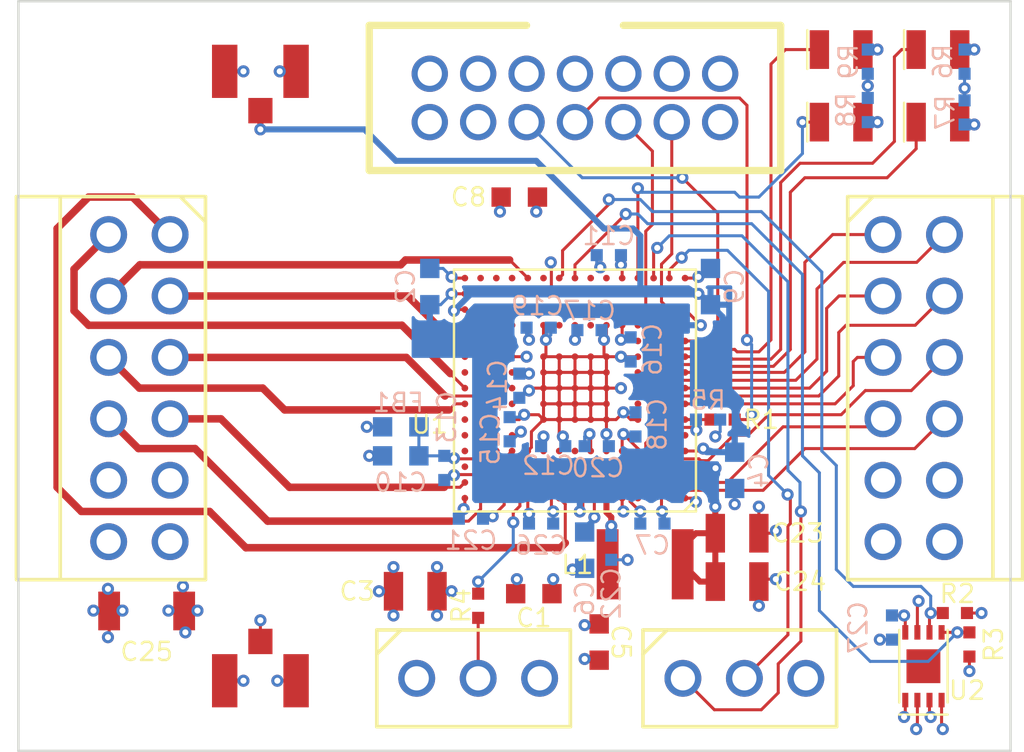
<source format=kicad_pcb>
(kicad_pcb (version 20211014) (generator pcbnew)
  (layers (0 "F.Cu" signal) (1 "In1.Cu" signal) (2 "In2.Cu" signal) (31 "B.Cu" signal) (34 "B.Paste" user) (35 "F.Paste" user) (36 "B.SilkS" user "B.Silkscreen") (37 "F.SilkS" user "F.Silkscreen") (38 "B.Mask" user) (39 "F.Mask" user) (44 "Edge.Cuts" user))
  (net 0 "")
  (net 1 "/3V3")
  (net 2 "/GND")
  (net 3 "/VSMPS")
  (net 4 "/VDDA")
  (net 5 "/NRST")
  (net 6 "/LED0")
  (net 7 "Net-(D1-Pad2)")
  (net 8 "/LED1")
  (net 9 "Net-(D2-Pad2)")
  (net 10 "/LED2")
  (net 11 "Net-(D3-Pad2)")
  (net 12 "/LED3")
  (net 13 "Net-(D4-Pad2)")
  (net 14 "/QSPI_SCK")
  (net 15 "/QSPI_DQ3")
  (net 16 "/QSPI_DQ0")
  (net 17 "/IRQ")
  (net 18 "/QSPI_DQ1")
  (net 19 "/QSPI_DQ2")
  (net 20 "/QSPI_CS_N")
  (net 21 "/REFCLK")
  (net 23 "/JTAG_TMS")
  (net 24 "/JTAG_TCK")
  (net 25 "/JTAG_TDO")
  (net 26 "/JTAG_TDI")
  (net 30 "/UART_TX")
  (net 31 "/UART_RX")
  (net 32 "Net-(J4-Pad2)")
  (net 33 "/TDO")
  (net 34 "/I2C_SCL")
  (net 35 "/I2C_SDA")
  (net 36 "/BOOT0")
  (net 37 "/TRST")
  (net 38 "/VCORE")
  (net 68 "/VLXSMPS")
  (net 138 "/PMOD_DQ0")
  (net 139 "/PMOD_DQ1")
  (net 140 "/PMOD_DQ2")
  (net 141 "/PMOD_DQ3")
  (net 142 "/PMOD_DQ4")
  (net 143 "/PMOD_DQ5")
  (net 144 "/PMOD_DQ6")
  (net 145 "/PMOD_DQ7")
  (footprint "azonenberg_pcb:CONN_HEADER_2.54MM_2x6_RA_PMOD_HOST" (layer "F.Cu") (at 83 61 90)
    (fp_text reference "J5" hide)
    (fp_text value "PMOD_HOST")
  )
  (footprint "azonenberg_pcb:EIA_0603_CAP_NOSILK" (layer "F.Cu") (at 70 71.5 -90)
    (fp_text reference "C5")
    (fp_text value "1 uF" hide)
  )
  (footprint "azonenberg_pcb:EIA_0805_CAP_NOSILK" (layer "F.Cu") (at 62.4 69.4)
    (fp_text reference "C3")
    (fp_text value "10 uF" hide)
  )
  (footprint "azonenberg_pcb:DFN_8_0.5MM_2x3MM_TALL" (layer "F.Cu") (at 83.4 72.5)
    (fp_text reference "U2")
    (fp_text value "AT24MAC402" hide)
  )
  (footprint "azonenberg_pcb:EIA_1206_CAP_NOSILK" (layer "F.Cu") (at 51.3 70.2)
    (fp_text reference "C25")
    (fp_text value "22 uF" hide)
  )
  (footprint "azonenberg_pcb:EIA_0805_LED" (layer "F.Cu") (at 84 50)
    (fp_text reference "D2" hide)
    (fp_text value "GREEN" hide)
  )
  (footprint "azonenberg_pcb:EIA_0402_RES_NOSILK" (layer "F.Cu") (at 85.3 71.6 -90)
    (fp_text reference "R3")
    (fp_text value "4.7K" hide)
  )
  (footprint "azonenberg_pcb:EIA_0805_LED" (layer "F.Cu") (at 80 50)
    (fp_text reference "D3" hide)
    (fp_text value "GREEN" hide)
  )
  (footprint "azonenberg_pcb:EIA_0402_RES_NOSILK" (layer "F.Cu") (at 84.7 70.3)
    (fp_text reference "R2")
    (fp_text value "4.7K" hide)
  )
  (footprint "azonenberg_pcb:EIA_0402_RES_NOSILK" (layer "F.Cu") (at 65 70 -90)
    (fp_text reference "R4")
    (fp_text value "10K" hide)
  )
  (footprint "azonenberg_pcb:CONN_U.FL_TE_1909763-1" (layer "F.Cu") (at 56 48)
    (fp_text reference "TP2" hide)
    (fp_text value "U.FL")
  )
  (footprint "azonenberg_pcb:EIA_0805_CAP_NOSILK" (layer "F.Cu") (at 75.7 67)
    (fp_text reference "C23")
    (fp_text value "10 uF" hide)
  )
  (footprint "azonenberg_pcb:EIA_0603_CAP_NOSILK" (layer "F.Cu") (at 66.7 53.1)
    (fp_text reference "C8")
    (fp_text value "4.7 uF" hide)
  )
  (footprint "azonenberg_pcb:CONN_HEADER_2.54MM_1x3" (layer "F.Cu") (at 76 73)
    (fp_text reference "J3" hide)
    (fp_text value "CONN_01X03" hide)
  )
  (footprint "azonenberg_pcb:XILINX_JTAG_PTH_MOLEX_0878311420" (layer "F.Cu") (at 69 49 180)
    (fp_text reference "J2" hide)
    (fp_text value "XILINX_JTAG" hide)
  )
  (footprint "azonenberg_pcb:EIA_0805_CAP_NOSILK" (layer "F.Cu") (at 75.7 69)
    (fp_text reference "C24")
    (fp_text value "10 uF" hide)
  )
  (footprint "azonenberg_pcb:EIA_1210_CAP_NOSILK" (layer "F.Cu") (at 71.9 68.3 180)
    (fp_text reference "L1")
    (fp_text value "2.2 uH" hide)
  )
  (footprint "azonenberg_pcb:EIA_0603_CAP_NOSILK" (layer "F.Cu") (at 67.3 69.5)
    (fp_text reference "C1")
    (fp_text value "4.7 uF" hide)
  )
  (footprint "azonenberg_pcb:BGA_201_10x10_DEPOP_0.65MM_OSHPARK" (layer "F.Cu") (at 69 61 180)
    (fp_text reference "U1")
    (fp_text value "STM32H735-UFBGA176-25" hide)
  )
  (footprint "azonenberg_pcb:EIA_0402_RES_NOSILK" (layer "F.Cu") (at 75.1 62.3 180)
    (fp_text reference "R1")
    (fp_text value "33" hide)
  )
  (footprint "azonenberg_pcb:EIA_0805_LED" (layer "F.Cu") (at 84 47)
    (fp_text reference "D1" hide)
    (fp_text value "GREEN" hide)
  )
  (footprint "azonenberg_pcb:CONN_U.FL_TE_1909763-1" (layer "F.Cu") (at 56 73 180)
    (fp_text reference "TP1" hide)
    (fp_text value "U.FL")
  )
  (footprint "azonenberg_pcb:CONN_HEADER_2.54MM_1x3" (layer "F.Cu") (at 65 73)
    (fp_text reference "J4" hide)
    (fp_text value "CONN_01X03" hide)
  )
  (footprint "azonenberg_pcb:CONN_HEADER_2.54MM_2x6_RA_PMOD_MODULE" (layer "F.Cu") (at 51 61 -90)
    (fp_text reference "J1" hide)
    (fp_text value "PMOD_DEVICE" hide)
  )
  (footprint "azonenberg_pcb:EIA_0805_LED" (layer "F.Cu") (at 80 47)
    (fp_text reference "D4" hide)
    (fp_text value "GREEN" hide)
  )
  (footprint "azonenberg_pcb:EIA_0402_CAP_NOSILK" (layer "B.Cu") (at 70.399999 55.5 180)
    (fp_text reference "C11")
    (fp_text value "0.47 uF" hide)
  )
  (footprint "azonenberg_pcb:EIA_0603_CAP_NOSILK" (layer "B.Cu") (at 69.4 67.7 -90)
    (fp_text reference "C6")
    (fp_text value "4.7 uF" hide)
  )
  (footprint "azonenberg_pcb:EIA_0402_RES_NOSILK" (layer "B.Cu") (at 85.1 49.6 90)
    (fp_text reference "R7")
    (fp_text value "470" hide)
  )
  (footprint "azonenberg_pcb:EIA_0402_CAP_NOSILK" (layer "B.Cu") (at 63.6 64.3 -90)
    (fp_text reference "C13")
    (fp_text value "0.47 uF" hide)
  )
  (footprint "azonenberg_pcb:EIA_0603_CAP_NOSILK" (layer "B.Cu") (at 74.6 56.8 90)
    (fp_text reference "C9")
    (fp_text value "2.2 uF" hide)
  )
  (footprint "azonenberg_pcb:EIA_0603_CAP_NOSILK" (layer "B.Cu") (at 75.6 64.4 -90)
    (fp_text reference "C4")
    (fp_text value "2.2 uF" hide)
  )
  (footprint "azonenberg_pcb:EIA_0402_CAP_NOSILK" (layer "B.Cu") (at 67.5 58.5 180)
    (fp_text reference "C19")
    (fp_text value "0.47 uF" hide)
  )
  (footprint "azonenberg_pcb:EIA_0402_RES_NOSILK" (layer "B.Cu") (at 85.1 47.5 -90)
    (fp_text reference "R6")
    (fp_text value "470" hide)
  )
  (footprint "azonenberg_pcb:EIA_0402_CAP_NOSILK" (layer "B.Cu") (at 68.1 63.4 180)
    (fp_text reference "C12")
    (fp_text value "0.47 uF" hide)
  )
  (footprint "azonenberg_pcb:EIA_0402_CAP_NOSILK" (layer "B.Cu") (at 69.900001 63.4)
    (fp_text reference "C20")
    (fp_text value "0.47 uF" hide)
  )
  (footprint "azonenberg_pcb:EIA_0402_CAP_NOSILK" (layer "B.Cu") (at 67.6 66.6)
    (fp_text reference "C26")
    (fp_text value "0.1 uF" hide)
  )
  (footprint "azonenberg_pcb:EIA_0402_CAP_NOSILK" (layer "B.Cu") (at 71.3 59.4 -90)
    (fp_text reference "C16")
    (fp_text value "0.47 uF" hide)
  )
  (footprint "azonenberg_pcb:EIA_0603_CAP_NOSILK" (layer "B.Cu") (at 63 56.8 90)
    (fp_text reference "C2")
    (fp_text value "4.7 uF" hide)
  )
  (footprint "azonenberg_pcb:EIA_0402_RES_NOSILK" (layer "B.Cu") (at 74.5 62.3 180)
    (fp_text reference "R5")
    (fp_text value "10K" hide)
  )
  (footprint "azonenberg_pcb:EIA_0402_RES_NOSILK" (layer "B.Cu") (at 81.1 49.5 90)
    (fp_text reference "R8")
    (fp_text value "470" hide)
  )
  (footprint "azonenberg_pcb:EIA_0402_RES_NOSILK" (layer "B.Cu") (at 81.1 47.5 -90)
    (fp_text reference "R9")
    (fp_text value "470" hide)
  )
  (footprint "azonenberg_pcb:EIA_0402_CAP_NOSILK" (layer "B.Cu") (at 64.7 66.4)
    (fp_text reference "C21")
    (fp_text value "0.47 uF" hide)
  )
  (footprint "azonenberg_pcb:EIA_0402_CAP_NOSILK" (layer "B.Cu") (at 71.5 62.5 90)
    (fp_text reference "C18")
    (fp_text value "0.47 uF" hide)
  )
  (footprint "azonenberg_pcb:EIA_0603_CAP_NOSILK" (layer "B.Cu") (at 61.8 63.8 180)
    (fp_text reference "C10")
    (fp_text value "4.7 uF" hide)
  )
  (footprint "azonenberg_pcb:EIA_0402_CAP_NOSILK" (layer "B.Cu") (at 70.5 67.6 -90)
    (fp_text reference "C22")
    (fp_text value "220 pF" hide)
  )
  (footprint "azonenberg_pcb:EIA_0402_CAP_NOSILK" (layer "B.Cu") (at 66.7 60.9 -90)
    (fp_text reference "C14")
    (fp_text value "0.47 uF" hide)
  )
  (footprint "azonenberg_pcb:EIA_0402_CAP_NOSILK" (layer "B.Cu") (at 72.2 66.6)
    (fp_text reference "C7")
    (fp_text value "0.1 uF" hide)
  )
  (footprint "azonenberg_pcb:EIA_0402_CAP_NOSILK" (layer "B.Cu") (at 66.3 62.700001 -90)
    (fp_text reference "C15")
    (fp_text value "0.47 uF" hide)
  )
  (footprint "azonenberg_pcb:EIA_0402_CAP_NOSILK" (layer "B.Cu") (at 82.1 70.9 -90)
    (fp_text reference "C27")
    (fp_text value "0.47 uF" hide)
  )
  (footprint "azonenberg_pcb:EIA_0603_INDUCTOR_NOSILK" (layer "B.Cu") (at 61.8 62.6)
    (fp_text reference "FB1")
    (fp_text value "FERRITE_SMALL2" hide)
  )
  (footprint "azonenberg_pcb:EIA_0402_CAP_NOSILK" (layer "B.Cu") (at 69.6 58.6 180)
    (fp_text reference "C17")
    (fp_text value "0.47 uF" hide)
  )
  (gr_line (start 46 45) (end 46 76) (layer "Edge.Cuts") (width 0.1))
  (gr_line (start 46 76) (end 87 76) (layer "Edge.Cuts") (width 0.1))
  (gr_line (start 87 45) (end 46 45) (layer "Edge.Cuts") (width 0.1))
  (gr_line (start 87 76) (end 87 45) (layer "Edge.Cuts") (width 0.1))
  (segment (start 69 58.4) (end 69 59) (width 0.125) (layer "F.Cu") (net 1))
  (segment (start 66.4 64.25) (end 66.074511 64.575489) (width 0.125) (layer "F.Cu") (net 1))
  (segment (start 66.613 62.95) (end 66.763 62.8) (width 0.125) (layer "F.Cu") (net 1))
  (segment (start 70.95 62.95) (end 71 62.9) (width 0.125) (layer "F.Cu") (net 1))
  (segment (start 69.8005 65.7005) (end 69.8005 66.341191) (width 0.125) (layer "F.Cu") (net 1))
  (segment (start 67.05 58.4) (end 67.05 58.95) (width 0.125) (layer "F.Cu") (net 1))
  (segment (start 49.11493 70.21493) (end 49.1 70.2) (width 0.125) (layer "F.Cu") (net 1))
  (segment (start 66.074511 64.575489) (end 66.074511 65.825489) (width 0.125) (layer "F.Cu") (net 1))
  (segment (start 70.3 57.75) (end 70.95 58.4) (width 0.125) (layer "F.Cu") (net 1))
  (segment (start 66.55 69.5) (end 66.55 68.95) (width 0.125) (layer "F.Cu") (net 1))
  (segment (start 70 70.75) (end 69.45 70.75) (width 0.125) (layer "F.Cu") (net 1))
  (segment (start 71.275489 65.684418) (end 71.691071 66.1) (width 0.125) (layer "F.Cu") (net 1))
  (segment (start 70.95 56.45) (end 70.95 55.95) (width 0.125) (layer "F.Cu") (net 1))
  (segment (start 69.65 65.55) (end 69.8005 65.7005) (width 0.125) (layer "F.Cu") (net 1))
  (segment (start 61.5 70.4) (end 61.5 69.4) (width 0.125) (layer "F.Cu") (net 1))
  (segment (start 69.65 62.95) (end 69.6 62.9) (width 0.125) (layer "F.Cu") (net 1))
  (segment (start 71.6 63.6) (end 71.6 63.5) (width 0.125) (layer "F.Cu") (net 1))
  (segment (start 50.28507 70.21493) (end 50.3 70.2) (width 0.125) (layer "F.Cu") (net 1))
  (segment (start 67.7 63.6) (end 67.7 63) (width 0.125) (layer "F.Cu") (net 1))
  (segment (start 67.05 58.95) (end 67.1 59) (width 0.125) (layer "F.Cu") (net 1))
  (segment (start 70.95 63.6) (end 70.95 62.95) (width 0.125) (layer "F.Cu") (net 1))
  (segment (start 70.95 55.95) (end 70.9 55.9) (width 0.125) (layer "F.Cu") (net 1))
  (segment (start 71.6 63.5) (end 71 62.9) (width 0.125) (layer "F.Cu") (net 1))
  (segment (start 71 62.9) (end 71.55 62.9) (width 0.125) (layer "F.Cu") (net 1))
  (segment (start 66.4 62.95) (end 66.613 62.95) (width 0.125) (layer "F.Cu") (net 1))
  (segment (start 85.3 72.1) (end 85.3 72.7) (width 0.125) (layer "F.Cu") (net 1))
  (segment (start 60.9 69.4) (end 61.5 69.4) (width 0.125) (layer "F.Cu") (net 1))
  (segment (start 65.95 53.65) (end 65.9 53.7) (width 0.125) (layer "F.Cu") (net 1))
  (segment (start 83.15 69.85) (end 83.2 69.8) (width 0.125) (layer "F.Cu") (net 1))
  (segment (start 70.95 64.9) (end 71.275489 65.225489) (width 0.125) (layer "F.Cu") (net 1))
  (segment (start 66.074511 65.825489) (end 65.6 66.3) (width 0.125) (layer "F.Cu") (net 1))
  (segment (start 49.75 70.21493) (end 49.75 71.25) (width 0.125) (layer "F.Cu") (net 1))
  (segment (start 49.7 69.3) (end 49.7 70.16493) (width 0.125) (layer "F.Cu") (net 1))
  (segment (start 71.691071 66.1) (end 71.7 66.1) (width 0.125) (layer "F.Cu") (net 1))
  (segment (start 69.65 63.6) (end 69.65 62.95) (width 0.125) (layer "F.Cu") (net 1))
  (segment (start 49.75 70.21493) (end 49.11493 70.21493) (width 0.125) (layer "F.Cu") (net 1))
  (segment (start 82.65 71.1) (end 82.65 70.45) (width 0.125) (layer "F.Cu") (net 1))
  (segment (start 49.75 71.25) (end 49.7 71.3) (width 0.125) (layer "F.Cu") (net 1))
  (segment (start 85.2 70.3) (end 85.8 70.3) (width 0.125) (layer "F.Cu") (net 1))
  (segment (start 70.9 59) (end 71.55 59) (width 0.125) (layer "F.Cu") (net 1))
  (segment (start 71.275489 65.225489) (end 71.275489 65.684418) (width 0.125) (layer "F.Cu") (net 1))
  (segment (start 83.15 71.1) (end 83.15 69.85) (width 0.125) (layer "F.Cu") (net 1))
  (segment (start 82.65 70.45) (end 82.6 70.4) (width 0.125) (layer "F.Cu") (net 1))
  (segment (start 49.75 70.21493) (end 50.28507 70.21493) (width 0.125) (layer "F.Cu") (net 1))
  (segment (start 70.95 58.4) (end 70.95 58.95) (width 0.125) (layer "F.Cu") (net 1))
  (segment (start 66.4 60.35) (end 67.05 60.35) (width 0.125) (layer "F.Cu") (net 1))
  (segment (start 61.5 68.4) (end 61.5 69.4) (width 0.125) (layer "F.Cu") (net 1))
  (segment (start 69.45 70.75) (end 69.4 70.8) (width 0.125) (layer "F.Cu") (net 1))
  (segment (start 70.95 58.95) (end 70.9 59) (width 0.125) (layer "F.Cu") (net 1))
  (segment (start 66.55 68.95) (end 66.6 68.9) (width 0.125) (layer "F.Cu") (net 1))
  (segment (start 65.95 53.1) (end 65.95 53.65) (width 0.125) (layer "F.Cu") (net 1))
  (segment (start 67.05 60.35) (end 67.1 60.4) (width 0.125) (layer "F.Cu") (net 1))
  (segment (start 56 71.475) (end 56 70.6) (width 0.125) (layer "F.Cu") (net 1))
  (via (at 49.7 71.3) (size 0.5) (drill 0.25) (layers "F.Cu" "B.Cu") (net 1))
  (via (at 85.8 70.3) (size 0.5) (drill 0.25) (layers "F.Cu" "B.Cu") (net 1))
  (via (at 67.7 63) (size 0.5) (drill 0.25) (layers "F.Cu" "B.Cu") (net 1))
  (via (at 69.4 70.8) (size 0.5) (drill 0.25) (layers "F.Cu" "B.Cu") (net 1))
  (via (at 82.6 70.4) (size 0.5) (drill 0.25) (layers "F.Cu" "B.Cu") (net 1))
  (via (at 50.3 70.2) (size 0.5) (drill 0.25) (layers "F.Cu" "B.Cu") (net 1))
  (via (at 67.1 59) (size 0.5) (drill 0.25) (layers "F.Cu" "B.Cu") (net 1))
  (via (at 66.6 68.9) (size 0.5) (drill 0.25) (layers "F.Cu" "B.Cu") (net 1))
  (via (at 67.1 60.4) (size 0.5) (drill 0.25) (layers "F.Cu" "B.Cu") (net 1))
  (via (at 61.5 68.4) (size 0.5) (drill 0.25) (layers "F.Cu" "B.Cu") (net 1))
  (via (at 70.9 59) (size 0.5) (drill 0.25) (layers "F.Cu" "B.Cu") (net 1))
  (via (at 61.5 70.4) (size 0.5) (drill 0.25) (layers "F.Cu" "B.Cu") (net 1))
  (via (at 71 62.9) (size 0.5) (drill 0.25) (layers "F.Cu" "B.Cu") (net 1))
  (via (at 69.8005 66.341191) (size 0.5) (drill 0.25) (layers "F.Cu" "B.Cu") (net 1))
  (via (at 49.1 70.2) (size 0.5) (drill 0.25) (layers "F.Cu" "B.Cu") (net 1))
  (via (at 56 70.6) (size 0.5) (drill 0.25) (layers "F.Cu" "B.Cu") (net 1))
  (via (at 69 59) (size 0.5) (drill 0.25) (layers "F.Cu" "B.Cu") (net 1))
  (via (at 71.7 66.1) (size 0.5) (drill 0.25) (layers "F.Cu" "B.Cu") (net 1))
  (via (at 83.2 69.8) (size 0.5) (drill 0.25) (layers "F.Cu" "B.Cu") (net 1))
  (via (at 81.1 48.5) (size 0.5) (drill 0.25) (layers "F.Cu" "B.Cu") (net 1))
  (via (at 65.9 53.7) (size 0.5) (drill 0.25) (layers "F.Cu" "B.Cu") (net 1))
  (via (at 60.9 69.4) (size 0.5) (drill 0.25) (layers "F.Cu" "B.Cu") (net 1))
  (via (at 66.763 62.8) (size 0.5) (drill 0.25) (layers "F.Cu" "B.Cu") (net 1))
  (via (at 85.3 72.7) (size 0.5) (drill 0.25) (layers "F.Cu" "B.Cu") (net 1))
  (via (at 74.8 63) (size 0.5) (drill 0.25) (layers "F.Cu" "B.Cu") (net 1))
  (via (at 60.4 62.6) (size 0.5) (drill 0.25) (layers "F.Cu" "B.Cu") (net 1))
  (via (at 69.6 62.9) (size 0.5) (drill 0.25) (layers "F.Cu" "B.Cu") (net 1))
  (via (at 70.9 55.9) (size 0.5) (drill 0.25) (layers "F.Cu" "B.Cu") (net 1))
  (via (at 49.7 69.3) (size 0.5) (drill 0.25) (layers "F.Cu" "B.Cu") (net 1))
  (via (at 65.6 66.3) (size 0.5) (drill 0.25) (layers "F.Cu" "B.Cu") (net 1))
  (via (at 85.1 48.6) (size 0.5) (drill 0.25) (layers "F.Cu" "B.Cu") (net 1))
  (segment (start 69.6 62.8) (end 69.400001 62.999999) (width 0.125) (layer "B.Cu") (net 1))
  (segment (start 66.362999 63.200001) (end 66.763 62.8) (width 0.125) (layer "B.Cu") (net 1))
  (segment (start 69.1 58.6) (end 69.1 58.9) (width 0.125) (layer "B.Cu") (net 1))
  (segment (start 71.7 66.1) (end 71.7 66.6) (width 0.125) (layer "B.Cu") (net 1))
  (segment (start 69.4 66.741691) (end 69.8005 66.341191) (width 0.125) (layer "B.Cu") (net 1))
  (segment (start 61.05 62.6) (end 60.4 62.6) (width 0.125) (layer "B.Cu") (net 1))
  (segment (start 67 58.9) (end 67.1 59) (width 0.125) (layer "B.Cu") (net 1))
  (segment (start 81.1 48) (end 81.1 49) (width 0.125) (layer "B.Cu") (net 1))
  (segment (start 71.3 58.9) (end 71 58.9) (width 0.125) (layer "B.Cu") (net 1))
  (segment (start 67.6 63.4) (end 67.6 63.1) (width 0.125) (layer "B.Cu") (net 1))
  (segment (start 71 58.9) (end 70.9 59) (width 0.125) (layer "B.Cu") (net 1))
  (segment (start 69.400001 62.999999) (end 69.400001 63.4) (width 0.125) (layer "B.Cu") (net 1))
  (segment (start 75 62.3) (end 75 62.8) (width 0.125) (layer "B.Cu") (net 1))
  (segment (start 67 58.5) (end 67 58.9) (width 0.125) (layer "B.Cu") (net 1))
  (segment (start 71.1 63) (end 71 62.9) (width 0.125) (layer "B.Cu") (net 1))
  (segment (start 71.5 63) (end 71.1 63) (width 0.125) (layer "B.Cu") (net 1))
  (segment (start 85.1 48) (end 85.1 49.1) (width 0.125) (layer "B.Cu") (net 1))
  (segment (start 69.6 62.9) (end 69.6 62.8) (width 0.125) (layer "B.Cu") (net 1))
  (segment (start 66.7 60.4) (end 67.1 60.4) (width 0.125) (layer "B.Cu") (net 1))
  (segment (start 67.6 63.1) (end 67.7 63) (width 0.125) (layer "B.Cu") (net 1))
  (segment (start 75 62.8) (end 74.8 63) (width 0.125) (layer "B.Cu") (net 1))
  (segment (start 69.1 58.9) (end 69 59) (width 0.125) (layer "B.Cu") (net 1))
  (segment (start 73.95 65.55) (end 74 65.6) (width 0.125) (layer "F.Cu") (net 2))
  (segment (start 67.2 61) (end 67.1 61.1) (width 0.125) (layer "F.Cu") (net 2))
  (segment (start 67.7 61) (end 67.2 61) (width 0.125) (layer "F.Cu") (net 2))
  (segment (start 67.7 62.3) (end 67.2 62.8) (width 0.125) (layer "F.Cu") (net 2))
  (segment (start 70.9 59.7) (end 71.6 59.7) (width 0.125) (layer "F.Cu") (net 2))
  (segment (start 82.65 74.55) (end 82.6 74.6) (width 0.125) (layer "F.Cu") (net 2))
  (segment (start 73.55 65.55) (end 73.95 65.55) (width 0.125) (layer "F.Cu") (net 2))
  (segment (start 52.85 69.25) (end 52.8 69.2) (width 0.125) (layer "F.Cu") (net 2))
  (segment (start 68.05 68.95) (end 68.1 68.9) (width 0.125) (layer "F.Cu") (net 2))
  (segment (start 69.45 72.25) (end 69.4 72.2) (width 0.125) (layer "F.Cu") (net 2))
  (segment (start 63.3 69.4) (end 63.3 70.4) (width 0.125) (layer "F.Cu") (net 2))
  (segment (start 68.05 69.5) (end 68.05 68.95) (width 0.125) (layer "F.Cu") (net 2))
  (segment (start 83.15 75.05) (end 83.1 75.1) (width 0.125) (layer "F.Cu") (net 2))
  (segment (start 69.65 59.7) (end 69.65 62.3) (width 0.125) (layer "F.Cu") (net 2))
  (segment (start 67.7 58.4) (end 67.7 58.9) (width 0.125) (layer "F.Cu") (net 2))
  (segment (start 70.3 62.3) (end 70.7 62.3) (width 0.125) (layer "F.Cu") (net 2))
  (segment (start 67.7 64.9) (end 68.025489 65.225489) (width 0.125) (layer "F.Cu") (net 2))
  (segment (start 64.45 56.45) (end 63.95 56.45) (width 0.125) (layer "F.Cu") (net 2))
  (segment (start 70.3 61) (end 67.7 61) (width 0.125) (layer "F.Cu") (net 2))
  (segment (start 68.025489 66.025489) (end 68.1 66.1) (width 0.125) (layer "F.Cu") (net 2))
  (segment (start 72.575489 66.075489) (end 72.575489 65.225489) (width 0.125) (layer "F.Cu") (net 2))
  (segment (start 52.85 70.21493) (end 52.85 69.25) (width 0.125) (layer "F.Cu") (net 2))
  (segment (start 84.15 75.05) (end 84.2 75.1) (width 0.125) (layer "F.Cu") (net 2))
  (segment (start 74.05 56.45) (end 74.1 56.4) (width 0.125) (layer "F.Cu") (net 2))
  (segment (start 56.7 73.1) (end 57.475 73.1) (width 0.125) (layer "F.Cu") (net 2))
  (segment (start 84.15 73.9) (end 84.15 75.05) (width 0.125) (layer "F.Cu") (net 2))
  (segment (start 66.4 62.3) (end 66.7 62.3) (width 0.125) (layer "F.Cu") (net 2))
  (segment (start 65.75 64.25) (end 65.424511 64.575489) (width 0.125) (layer "F.Cu") (net 2))
  (segment (start 83.15 73.9) (end 83.15 75.05) (width 0.125) (layer "F.Cu") (net 2))
  (segment (start 76.6 67) (end 77.2 67) (width 0.125) (layer "F.Cu") (net 2))
  (segment (start 67.45 53.65) (end 67.4 53.7) (width 0.125) (layer "F.Cu") (net 2))
  (segment (start 66.9 62.1) (end 67.5 62.1) (width 0.125) (layer "F.Cu") (net 2))
  (segment (start 63.3 69.4) (end 63.3 68.4) (width 0.125) (layer "F.Cu") (net 2))
  (segment (start 73.55 56.45) (end 74.05 56.45) (width 0.125) (layer "F.Cu") (net 2))
  (segment (start 69 59.7) (end 69 62.3) (width 0.125) (layer "F.Cu") (net 2))
  (segment (start 70.3 58.9) (end 70.2 59) (width 0.125) (layer "F.Cu") (net 2))
  (segment (start 67.7 60.35) (end 70.3 60.35) (width 0.125) (layer "F.Cu") (net 2))
  (segment (start 63.3 69.4) (end 63.9 69.4) (width 0.125) (layer "F.Cu") (net 2))
  (segment (start 68 55.8) (end 68.024511 55.824511) (width 0.125) (layer "F.Cu") (net 2))
  (segment (start 76.6 67) (end 76.6 65.9) (width 0.125) (layer "F.Cu") (net 2))
  (segment (start 68.35 62.85) (end 68.5 63) (width 0.125) (layer "F.Cu") (net 2))
  (segment (start 71.6 62.3) (end 71.3 62.3) (width 0.125) (layer "F.Cu") (net 2))
  (segment (start 64.45 65.95) (end 64.4 66) (width 0.125) (layer "F.Cu") (net 2))
  (segment (start 53.4 70.2) (end 52.86493 70.2) (width 0.125) (layer "F.Cu") (net 2))
  (segment (start 70.95 65.55) (end 70.95 66.05) (width 0.125) (layer "F.Cu") (net 2))
  (segment (start 68.35 59.7) (end 68.35 62.3) (width 0.125) (layer "F.Cu") (net 2))
  (segment (start 67.8 59.6) (end 67.7 59.7) (width 0.125) (layer "F.Cu") (net 2))
  (segment (start 52.21493 70.21493) (end 52.2 70.2) (width 0.125) (layer "F.Cu") (net 2))
  (segment (start 54.525 47.9) (end 55.3 47.9) (width 0.125) (layer "F.Cu") (net 2))
  (segment (start 76.6 70) (end 76.6 69) (width 0.125) (layer "F.Cu") (net 2))
  (segment (start 67.2 62.8) (end 67.2 63.45) (width 0.125) (layer "F.Cu") (net 2))
  (segment (start 67.7 59.7) (end 70.3 59.7) (width 0.125) (layer "F.Cu") (net 2))
  (segment (start 70.7 62.3) (end 71 62) (width 0.125) (layer "F.Cu") (net 2))
  (segment (start 71.3 62.3) (end 71 62) (width 0.125) (layer "F.Cu") (net 2))
  (segment (start 83.65 73.9) (end 83.65 74.55) (width 0.125) (layer "F.Cu") (net 2))
  (segment (start 65.424511 64.575489) (end 64.024511 64.575489) (width 0.125) (layer "F.Cu") (net 2))
  (segment (start 63.95 56.45) (end 63.9 56.4) (width 0.125) (layer "F.Cu") (net 2))
  (segment (start 70.3 58.4) (end 70.3 58.9) (width 0.125) (layer "F.Cu") (net 2))
  (segment (start 67.8 59) (end 67.8 59.6) (width 0.125) (layer "F.Cu") (net 2))
  (segment (start 66.4 59.7) (end 67 59.7) (width 0.125) (layer "F.Cu") (net 2))
  (segment (start 52.85 70.21493) (end 52.21493 70.21493) (width 0.125) (layer "F.Cu") (net 2))
  (segment (start 68.35 62.3) (end 68.35 62.85) (width 0.125) (layer "F.Cu") (net 2))
  (segment (start 67.7 61.65) (end 70.3 61.65) (width 0.125) (layer "F.Cu") (net 2))
  (segment (start 82.65 73.9) (end 82.65 74.55) (width 0.125) (layer "F.Cu") (net 2))
  (segment (start 83.65 74.55) (end 83.7 74.6) (width 0.125) (layer "F.Cu") (net 2))
  (segment (start 77.2 67) (end 77.3 66.9) (width 0.125) (layer "F.Cu") (net 2))
  (segment (start 77.3 68.9) (end 76.7 68.9) (width 0.125) (layer "F.Cu") (net 2))
  (segment (start 67.2 63.45) (end 67.05 63.6) (width 0.125) (layer "F.Cu") (net 2))
  (segment (start 70.3 61) (end 70.9 61) (width 0.125) (layer "F.Cu") (net 2))
  (segment (start 70.95 66.05) (end 71 66.1) (width 0.125) (layer "F.Cu") (net 2))
  (segment (start 72.6 66.1) (end 72.575489 66.075489) (width 0.125) (layer "F.Cu") (net 2))
  (segment (start 70 72.25) (end 69.45 72.25) (width 0.125) (layer "F.Cu") (net 2))
  (segment (start 67.7 59.7) (end 67.7 62.3) (width 0.125) (layer "F.Cu") (net 2))
  (segment (start 52.9 71.1) (end 52.9 70.26493) (width 0.125) (layer "F.Cu") (net 2))
  (segment (start 70.3 62.3) (end 70.3 62.9) (width 0.125) (layer "F.Cu") (net 2))
  (segment (start 70.3 64.9) (end 70.95 65.55) (width 0.125) (layer "F.Cu") (net 2))
  (segment (start 72.575489 65.225489) (end 72.25 64.9) (width 0.125) (layer "F.Cu") (net 2))
  (segment (start 70.3 59.7) (end 70.9 59.7) (width 0.125) (layer "F.Cu") (net 2))
  (segment (start 70.2 59.6) (end 70.3 59.7) (width 0.125) (layer "F.Cu") (net 2))
  (segment (start 64.45 65.55) (end 64.45 65.95) (width 0.125) (layer "F.Cu") (net 2))
  (segment (start 56.8 47.9) (end 57.475 47.9) (width 0.125) (layer "F.Cu") (net 2))
  (segment (start 68.024511 55.824511) (end 68.024511 56.774511) (width 0.125) (layer "F.Cu") (net 2))
  (segment (start 68.025489 65.225489) (end 68.025489 66.025489) (width 0.125) (layer "F.Cu") (net 2))
  (segment (start 67.7 58.9) (end 67.8 59) (width 0.125) (layer "F.Cu") (net 2))
  (segment (start 66.7 62.3) (end 66.9 62.1) (width 0.125) (layer "F.Cu") (net 2))
  (segment (start 68.024511 56.774511) (end 68.35 57.1) (width 0.125) (layer "F.Cu") (net 2))
  (segment (start 67.7 62.3) (end 70.3 62.3) (width 0.125) (layer "F.Cu") (net 2))
  (segment (start 70.3 62.3) (end 70.3 59.7) (width 0.125) (layer "F.Cu") (net 2))
  (segment (start 70.2 59) (end 70.2 59.6) (width 0.125) (layer "F.Cu") (net 2))
  (segment (start 54.525 73.1) (end 55.3 73.1) (width 0.125) (layer "F.Cu") (net 2))
  (segment (start 67.5 62.1) (end 67.7 62.3) (width 0.125) (layer "F.Cu") (net 2))
  (segment (start 67.45 53.1) (end 67.45 53.65) (width 0.125) (layer "F.Cu") (net 2))
  (segment (start 64.024511 64.575489) (end 64 64.6) (width 0.125) (layer "F.Cu") (net 2))
  (via (at 76.6 65.9) (size 0.5) (drill 0.25) (layers "F.Cu" "B.Cu") (net 2))
  (via (at 67.8 59) (size 0.5) (drill 0.25) (layers "F.Cu" "B.Cu") (net 2))
  (via (at 64 64.6) (size 0.5) (drill 0.25) (layers "F.Cu" "B.Cu") (net 2))
  (via (at 77.3 66.9) (size 0.5) (drill 0.25) (layers "F.Cu" "B.Cu") (net 2))
  (via (at 67 59.7) (size 0.5) (drill 0.25) (layers "F.Cu" "B.Cu") (net 2))
  (via (at 60.5 63.8) (size 0.5) (drill 0.25) (layers "F.Cu" "B.Cu") (net 2))
  (via (at 72.6 66.1) (size 0.5) (drill 0.25) (layers "F.Cu" "B.Cu") (net 2))
  (via (at 70.2 59) (size 0.5) (drill 0.25) (layers "F.Cu" "B.Cu") (net 2))
  (via (at 75.6 65.8) (size 0.5) (drill 0.25) (layers "F.Cu" "B.Cu") (net 2))
  (via (at 71.174502 68.1) (size 0.5) (drill 0.25) (layers "F.Cu" "B.Cu") (net 2))
  (via (at 52.8 69.2) (size 0.5) (drill 0.25) (layers "F.Cu" "B.Cu") (net 2))
  (via (at 56.7 73.1) (size 0.5) (drill 0.25) (layers "F.Cu" "B.Cu") (net 2))
  (via (at 67.4 53.7) (size 0.5) (drill 0.25) (layers "F.Cu" "B.Cu") (net 2))
  (via (at 68.1 68.9) (size 0.5) (drill 0.25) (layers "F.Cu" "B.Cu") (net 2))
  (via (at 68 55.8) (size 0.5) (drill 0.25) (layers "F.Cu" "B.Cu") (net 2))
  (via (at 71 66.1) (size 0.5) (drill 0.25) (layers "F.Cu" "B.Cu") (net 2))
  (via (at 66.9 62.1) (size 0.5) (drill 0.25) (layers "F.Cu" "B.Cu") (net 2))
  (via (at 70.045975 56.005457) (size 0.5) (drill 0.25) (layers "F.Cu" "B.Cu") (net 2))
  (via (at 81.6 71.4) (size 0.5) (drill 0.25) (layers "F.Cu" "B.Cu") (net 2))
  (via (at 63.9 69.4) (size 0.5) (drill 0.25) (layers "F.Cu" "B.Cu") (net 2))
  (via (at 74 65.7) (size 0.5) (drill 0.25) (layers "F.Cu" "B.Cu") (net 2))
  (via (at 55.3 47.9) (size 0.5) (drill 0.25) (layers "F.Cu" "B.Cu") (net 2))
  (via (at 84.2 75.1) (size 0.5) (drill 0.25) (layers "F.Cu" "B.Cu") (net 2))
  (via (at 56.8 47.9) (size 0.5) (drill 0.25) (layers "F.Cu" "B.Cu") (net 2))
  (via (at 68.9 68.5) (size 0.5) (drill 0.25) (layers "F.Cu" "B.Cu") (net 2))
  (via (at 63.3 68.4) (size 0.5) (drill 0.25) (layers "F.Cu" "B.Cu") (net 2))
  (via (at 71 62) (size 0.5) (drill 0.25) (layers "F.Cu" "B.Cu") (net 2))
  (via (at 74.1 56.4) (size 0.5) (drill 0.25) (layers "F.Cu" "B.Cu") (net 2))
  (via (at 83.7 74.6) (size 0.5) (drill 0.25) (layers "F.Cu" "B.Cu") (net 2))
  (via (at 55.3 73.1) (size 0.5) (drill 0.25) (layers "F.Cu" "B.Cu") (net 2))
  (via (at 70.9 59.7) (size 0.5) (drill 0.25) (layers "F.Cu" "B.Cu") (net 2))
  (via (at 68.1 66.1) (size 0.5) (drill 0.25) (layers "F.Cu" "B.Cu") (net 2))
  (via (at 70.9 61) (size 0.5) (drill 0.25) (layers "F.Cu" "B.Cu") (net 2))
  (via (at 52.9 71.1) (size 0.5) (drill 0.25) (layers "F.Cu" "B.Cu") (net 2))
  (via (at 63.9 56.4) (size 0.5) (drill 0.25) (layers "F.Cu" "B.Cu") (net 2))
  (via (at 67.1 61.1) (size 0.5) (drill 0.25) (layers "F.Cu" "B.Cu") (net 2))
  (via (at 53.4 70.2) (size 0.5) (drill 0.25) (layers "F.Cu" "B.Cu") (net 2))
  (via (at 68.5 63) (size 0.5) (drill 0.25) (layers "F.Cu" "B.Cu") (net 2))
  (via (at 69.4 72.2) (size 0.5) (drill 0.25) (layers "F.Cu" "B.Cu") (net 2))
  (via (at 83.1 75.1) (size 0.5) (drill 0.25) (layers "F.Cu" "B.Cu") (net 2))
  (via (at 70.3 62.9) (size 0.5) (drill 0.25) (layers "F.Cu" "B.Cu") (net 2))
  (via (at 77.3 68.9) (size 0.5) (drill 0.25) (layers "F.Cu" "B.Cu") (net 2))
  (via (at 64.4 66) (size 0.5) (drill 0.25) (layers "F.Cu" "B.Cu") (net 2))
  (via (at 52.2 70.2) (size 0.5) (drill 0.25) (layers "F.Cu" "B.Cu") (net 2))
  (via (at 76.6 70) (size 0.5) (drill 0.25) (layers "F.Cu" "B.Cu") (net 2))
  (via (at 82.6 74.6) (size 0.5) (drill 0.25) (layers "F.Cu" "B.Cu") (net 2))
  (via (at 63.3 70.4) (size 0.5) (drill 0.25) (layers "F.Cu" "B.Cu") (net 2))
  (segment (start 72.6 66.1) (end 72.6 66.4) (width 0.125) (layer "B.Cu") (net 2))
  (segment (start 69.899999 55.859481) (end 70.045975 56.005457) (width 0.125) (layer "B.Cu") (net 2))
  (segment (start 66.799999 62.200001) (end 66.9 62.1) (width 0.125) (layer "B.Cu") (net 2))
  (segment (start 61.05 63.8) (end 60.5 63.8) (width 0.125) (layer "B.Cu") (net 2))
  (segment (start 68.95 68.45) (end 68.9 68.5) (width 0.125) (layer "B.Cu") (net 2))
  (segment (start 68.6 63.1) (end 68.5 63) (width 0.125) (layer "B.Cu") (net 2))
  (segment (start 72.7 66.2) (end 72.6 66.1) (width 0.125) (layer "B.Cu") (net 2))
  (segment (start 68 58.5) (end 68 58.8) (width 0.125) (layer "B.Cu") (net 2))
  (segment (start 67.1 61.1) (end 67 61.1) (width 0.125) (layer "B.Cu") (net 2))
  (segment (start 68.1 66.6) (end 68.1 66.1) (width 0.125) (layer "B.Cu") (net 2))
  (segment (start 70.1 58.9) (end 70.2 59) (width 0.125) (layer "B.Cu") (net 2))
  (segment (start 67 61.1) (end 66.7 61.4) (width 0.125) (layer "B.Cu") (net 2))
  (segment (start 70.3 62.9) (end 70.3 63.299999) (width 0.125) (layer "B.Cu") (net 2))
  (segment (start 75.6 65.15) (end 75.6 65.8) (width 0.125) (layer "B.Cu") (net 2))
  (segment (start 71.1 59.7) (end 71.3 59.9) (width 0.125) (layer "B.Cu") (net 2))
  (segment (start 70.9 59.7) (end 71.1 59.7) (width 0.125) (layer "B.Cu") (net 2))
  (segment (start 66.3 62.200001) (end 66.799999 62.200001) (width 0.125) (layer "B.Cu") (net 2))
  (segment (start 64 64.6) (end 63.8 64.6) (width 0.125) (layer "B.Cu") (net 2))
  (segment (start 63 56.05) (end 63.55 56.05) (width 0.125) (layer "B.Cu") (net 2))
  (segment (start 63.55 56.05) (end 63.9 56.4) (width 0.125) (layer "B.Cu") (net 2))
  (segment (start 72.6 66.4) (end 72.7 66.5) (width 0.125) (layer "B.Cu") (net 2))
  (segment (start 70.5 68.1) (end 71.174502 68.1) (width 0.125) (layer "B.Cu") (net 2))
  (segment (start 71.5 62) (end 71 62) (width 0.125) (layer "B.Cu") (net 2))
  (segment (start 68 58.8) (end 67.8 59) (width 0.125) (layer "B.Cu") (net 2))
  (segment (start 70.1 58.6) (end 70.1 58.9) (width 0.125) (layer "B.Cu") (net 2))
  (segment (start 72.7 66.6) (end 72.7 66.2) (width 0.125) (layer "B.Cu") (net 2))
  (segment (start 82.1 71.4) (end 81.6 71.4) (width 0.125) (layer "B.Cu") (net 2))
  (segment (start 63.8 64.6) (end 63.6 64.8) (width 0.125) (layer "B.Cu") (net 2))
  (segment (start 69.4 68.45) (end 68.95 68.45) (width 0.125) (layer "B.Cu") (net 2))
  (segment (start 68.6 63.4) (end 68.6 63.1) (width 0.125) (layer "B.Cu") (net 2))
  (segment (start 69.899999 55.5) (end 69.899999 55.859481) (width 0.125) (layer "B.Cu") (net 2))
  (segment (start 69.325489 65.925489) (end 69.325489 65.974511) (width 0.125) (layer "F.Cu") (net 3))
  (segment (start 69.65 64.9) (end 69.325489 65.224511) (width 0.125) (layer "F.Cu") (net 3))
  (segment (start 64.45 57.1) (end 63.9 57.1) (width 0.125) (layer "F.Cu") (net 3))
  (segment (start 69.325489 65.974511) (end 69.2 66.1) (width 0.125) (layer "F.Cu") (net 3))
  (segment (start 74.16493 69) (end 73.45 68.28507) (width 0.25) (layer "F.Cu") (net 3))
  (segment (start 74.8 67) (end 74.8 69) (width 0.25) (layer "F.Cu") (net 3))
  (segment (start 73.55 57.75) (end 74.2 58.4) (width 0.125) (layer "F.Cu") (net 3))
  (segment (start 74.8 67) (end 74.8 65.9) (width 0.25) (layer "F.Cu") (net 3))
  (segment (start 74.8 69) (end 74.16493 69) (width 0.25) (layer "F.Cu") (net 3))
  (segment (start 74 67) (end 73.45 67.55) (width 0.25) (layer "F.Cu") (net 3))
  (segment (start 69.325489 65.224511) (end 69.325489 65.925489) (width 0.125) (layer "F.Cu") (net 3))
  (segment (start 74.8 67) (end 74 67) (width 0.25) (layer "F.Cu") (net 3))
  (segment (start 73.55 64.25) (end 74.75 64.25) (width 0.125) (layer "F.Cu") (net 3))
  (segment (start 74.75 64.25) (end 74.809006 64.309006) (width 0.125) (layer "F.Cu") (net 3))
  (via (at 63.9 57.1) (size 0.5) (drill 0.25) (layers "F.Cu" "B.Cu") (net 3))
  (via (at 69.2 66.1) (size 0.5) (drill 0.25) (layers "F.Cu" "B.Cu") (net 3))
  (via (at 74.809006 64.309006) (size 0.5) (drill 0.25) (layers "F.Cu" "B.Cu") (net 3))
  (via (at 74.8 65.9) (size 0.5) (drill 0.25) (layers "F.Cu" "B.Cu") (net 3))
  (via (at 74.2 58.4) (size 0.5) (drill 0.25) (layers "F.Cu" "B.Cu") (net 3))
  (segment (start 63.45 57.55) (end 63.9 57.1) (width 0.125) (layer "B.Cu") (net 3))
  (segment (start 69.2 66.1) (end 69.2 65.4) (width 0.25) (layer "B.Cu") (net 3))
  (segment (start 74.8 65.9) (end 74.8 64.8) (width 0.25) (layer "B.Cu") (net 3))
  (segment (start 74.8 64.5) (end 74.6 64.3) (width 0.25) (layer "B.Cu") (net 3))
  (segment (start 63 57.55) (end 63.45 57.55) (width 0.125) (layer "B.Cu") (net 3))
  (segment (start 72.5 59.3) (end 72.5 58.3) (width 0.25) (layer "B.Cu") (net 3))
  (segment (start 72.6 58.4) (end 72.5 58.3) (width 0.25) (layer "B.Cu") (net 3))
  (segment (start 63 58.4) (end 63.6 59) (width 0.25) (layer "B.Cu") (net 3))
  (segment (start 69.2 65.4) (end 71.1 65.4) (width 0.25) (layer "B.Cu") (net 3))
  (segment (start 74.809006 64.309006) (end 74.8 64.318012) (width 0.125) (layer "B.Cu") (net 3))
  (segment (start 66.4 65.4) (end 69.2 65.4) (width 0.25) (layer "B.Cu") (net 3))
  (segment (start 72.5 58.3) (end 72.5 58.2) (width 0.25) (layer "B.Cu") (net 3))
  (segment (start 72.05 57.75) (end 66 57.75) (width 0.25) (layer "B.Cu") (net 3))
  (segment (start 74.2 58.4) (end 72.6 58.4) (width 0.25) (layer "B.Cu") (net 3))
  (segment (start 63 57.55) (end 63 58.4) (width 0.25) (layer "B.Cu") (net 3))
  (segment (start 74.8 64.8) (end 74.8 64.5) (width 0.25) (layer "B.Cu") (net 3))
  (segment (start 71.1 65.4) (end 72.2 64.3) (width 0.25) (layer "B.Cu") (net 3))
  (segment (start 63.6 59) (end 65.5 59) (width 0.25) (layer "B.Cu") (net 3))
  (segment (start 72.2 64.3) (end 74.6 64.3) (width 0.25) (layer "B.Cu") (net 3))
  (segment (start 74.8 64.318012) (end 74.8 64.8) (width 0.125) (layer "B.Cu") (net 3))
  (segment (start 72.5 59.3) (end 72.5 64.3) (width 0.25) (layer "B.Cu") (net 3))
  (segment (start 65.5 64.5) (end 66.4 65.4) (width 0.25) (layer "B.Cu") (net 3))
  (segment (start 66 57.75) (end 65.5 58.25) (width 0.25) (layer "B.Cu") (net 3))
  (segment (start 65.5 58.25) (end 65.5 59) (width 0.25) (layer "B.Cu") (net 3))
  (segment (start 65.5 59) (end 65.5 64.5) (width 0.25) (layer "B.Cu") (net 3))
  (segment (start 72.5 58.2) (end 72.05 57.75) (width 0.25) (layer "B.Cu") (net 3))
  (segment (start 66.4 63.6) (end 66.075489 63.924511) (width 0.125) (layer "F.Cu") (net 4))
  (segment (start 64.024511 63.924511) (end 64 63.9) (width 0.125) (layer "F.Cu") (net 4))
  (segment (start 66.075489 63.924511) (end 64.024511 63.924511) (width 0.125) (layer "F.Cu") (net 4))
  (via (at 64 63.9) (size 0.5) (drill 0.25) (layers "F.Cu" "B.Cu") (net 4))
  (segment (start 63.9 63.8) (end 64 63.9) (width 0.125) (layer "B.Cu") (net 4))
  (segment (start 62.55 63.8) (end 63.9 63.8) (width 0.125) (layer "B.Cu") (net 4))
  (segment (start 62.55 62.6) (end 62.55 63.8) (width 0.125) (layer "B.Cu") (net 4))
  (segment (start 67.05 66.146063) (end 67.103 66.199063) (width 0.125) (layer "F.Cu") (net 5))
  (segment (start 67.05 65.55) (end 67.05 66.146063) (width 0.125) (layer "F.Cu") (net 5))
  (via (at 67.103 66.199063) (size 0.5) (drill 0.25) (layers "F.Cu" "B.Cu") (net 5))
  (segment (start 67.103 66.199063) (end 67.103 66.597) (width 0.125) (layer "B.Cu") (net 5))
  (segment (start 75.4 59.7) (end 75.5 59.8) (width 0.125) (layer "F.Cu") (net 6))
  (segment (start 77.5 52.5) (end 78.3 51.7) (width 0.125) (layer "F.Cu") (net 6))
  (segment (start 83.1 47) (end 82.5 47) (width 0.125) (layer "F.Cu") (net 6))
  (segment (start 81.3 51.7) (end 82.2 50.8) (width 0.125) (layer "F.Cu") (net 6))
  (segment (start 78.3 51.7) (end 81.3 51.7) (width 0.125) (layer "F.Cu") (net 6))
  (segment (start 75.5 59.8) (end 77.1 59.8) (width 0.125) (layer "F.Cu") (net 6))
  (segment (start 77.5 59.4) (end 77.5 52.5) (width 0.125) (layer "F.Cu") (net 6))
  (segment (start 82.5 47) (end 82.2 47.3) (width 0.125) (layer "F.Cu") (net 6))
  (segment (start 73.55 59.7) (end 75.4 59.7) (width 0.125) (layer "F.Cu") (net 6))
  (segment (start 82.2 50.8) (end 82.2 47.3) (width 0.125) (layer "F.Cu") (net 6))
  (segment (start 77.1 59.8) (end 77.5 59.4) (width 0.125) (layer "F.Cu") (net 6))
  (segment (start 84.9 47) (end 85.5 47) (width 0.125) (layer "F.Cu") (net 7))
  (via (at 85.5 47) (size 0.5) (drill 0.25) (layers "F.Cu" "B.Cu") (net 7))
  (segment (start 78.5 52.3) (end 77.9 52.9) (width 0.125) (layer "F.Cu") (net 8))
  (segment (start 73.224511 60.024511) (end 72.9 59.7) (width 0.125) (layer "F.Cu") (net 8))
  (segment (start 75.4 60.1) (end 75.324511 60.024511) (width 0.125) (layer "F.Cu") (net 8))
  (segment (start 83.1 51.1) (end 81.9 52.3) (width 0.125) (layer "F.Cu") (net 8))
  (segment (start 77.2 60.1) (end 75.4 60.1) (width 0.125) (layer "F.Cu") (net 8))
  (segment (start 77.9 52.9) (end 77.9 59.4) (width 0.125) (layer "F.Cu") (net 8))
  (segment (start 75.324511 60.024511) (end 73.224511 60.024511) (width 0.125) (layer "F.Cu") (net 8))
  (segment (start 77.9 59.4) (end 77.2 60.1) (width 0.125) (layer "F.Cu") (net 8))
  (segment (start 83.1 50) (end 83.1 51.1) (width 0.125) (layer "F.Cu") (net 8))
  (segment (start 81.9 52.3) (end 78.5 52.3) (width 0.125) (layer "F.Cu") (net 8))
  (segment (start 84.9 50) (end 85.4 50) (width 0.125) (layer "F.Cu") (net 9))
  (segment (start 85.4 50) (end 85.5 50.1) (width 0.125) (layer "F.Cu") (net 9))
  (via (at 85.5 50.1) (size 0.5) (drill 0.25) (layers "F.Cu" "B.Cu") (net 9))
  (segment (start 85.1 50.1) (end 85.5 50.1) (width 0.125) (layer "B.Cu") (net 9))
  (segment (start 71.6 56.45) (end 71.6 52.737) (width 0.125) (layer "F.Cu") (net 10))
  (segment (start 78.4 50) (end 79.1 50) (width 0.125) (layer "F.Cu") (net 10))
  (via (at 78.4 50) (size 0.5) (drill 0.25) (layers "F.Cu" "B.Cu") (net 10))
  (via (at 71.6 52.737) (size 0.5) (drill 0.25) (layers "F.Cu" "B.Cu") (net 10))
  (segment (start 75.6 52.9) (end 75.8 53.1) (width 0.125) (layer "B.Cu") (net 10))
  (segment (start 71.6 52.737) (end 71.763 52.9) (width 0.125) (layer "B.Cu") (net 10))
  (segment (start 71.763 52.9) (end 75.6 52.9) (width 0.125) (layer "B.Cu") (net 10))
  (segment (start 75.8 53.1) (end 76.6 53.1) (width 0.125) (layer "B.Cu") (net 10))
  (segment (start 76.6 53.1) (end 78.4 51.3) (width 0.125) (layer "B.Cu") (net 10))
  (segment (start 78.4 51.3) (end 78.4 50) (width 0.125) (layer "B.Cu") (net 10))
  (segment (start 80.9 50) (end 81.5 50) (width 0.125) (layer "F.Cu") (net 11))
  (via (at 81.5 50) (size 0.5) (drill 0.25) (layers "F.Cu" "B.Cu") (net 11))
  (segment (start 74.1 59.4) (end 74.075489 59.375489) (width 0.125) (layer "F.Cu") (net 12))
  (segment (start 77.1 47.6) (end 77.1 59) (width 0.125) (layer "F.Cu") (net 12))
  (segment (start 75.6 59.4) (end 74.1 59.4) (width 0.125) (layer "F.Cu") (net 12))
  (segment (start 74.075489 59.375489) (end 73.225489 59.375489) (width 0.125) (layer "F.Cu") (net 12))
  (segment (start 75.7 59.5) (end 75.6 59.4) (width 0.125) (layer "F.Cu") (net 12))
  (segment (start 77.1 59) (end 76.6 59.5) (width 0.125) (layer "F.Cu") (net 12))
  (segment (start 73.225489 59.375489) (end 72.9 59.05) (width 0.125) (layer "F.Cu") (net 12))
  (segment (start 76.6 59.5) (end 75.7 59.5) (width 0.125) (layer "F.Cu") (net 12))
  (segment (start 77.7 47) (end 77.1 47.6) (width 0.125) (layer "F.Cu") (net 12))
  (segment (start 79.1 47) (end 77.7 47) (width 0.125) (layer "F.Cu") (net 12))
  (segment (start 80.9 47) (end 81.5 47) (width 0.125) (layer "F.Cu") (net 13))
  (via (at 81.5 47) (size 0.5) (drill 0.25) (layers "F.Cu" "B.Cu") (net 13))
  (segment (start 62.03 59.73) (end 63.625489 61.325489) (width 0.31) (layer "F.Cu") (net 14))
  (segment (start 65.1 61.65) (end 64.775489 61.325489) (width 0.125) (layer "F.Cu") (net 14))
  (segment (start 64.775489 61.325489) (end 63.625489 61.325489) (width 0.125) (layer "F.Cu") (net 14))
  (segment (start 52.27 59.73) (end 62.03 59.73) (width 0.31) (layer "F.Cu") (net 14))
  (segment (start 64.45 61.65) (end 64.05 61.65) (width 0.125) (layer "F.Cu") (net 15))
  (segment (start 56.1 61) (end 51 61) (width 0.31) (layer "F.Cu") (net 15))
  (segment (start 64.05 61.65) (end 63.8 61.9) (width 0.125) (layer "F.Cu") (net 15))
  (segment (start 63.8 61.9) (end 57 61.9) (width 0.31) (layer "F.Cu") (net 15))
  (segment (start 57 61.9) (end 56.1 61) (width 0.31) (layer "F.Cu") (net 15))
  (segment (start 51 61) (end 49.73 59.73) (width 0.31) (layer "F.Cu") (net 15))
  (segment (start 57.2 65.1) (end 54.37 62.27) (width 0.31) (layer "F.Cu") (net 16))
  (segment (start 64.25 65.1) (end 63.6 65.1) (width 0.125) (layer "F.Cu") (net 16))
  (segment (start 63.6 65.1) (end 57.2 65.1) (width 0.31) (layer "F.Cu") (net 16))
  (segment (start 64.45 64.9) (end 64.25 65.1) (width 0.125) (layer "F.Cu") (net 16))
  (segment (start 54.37 62.27) (end 52.27 62.27) (width 0.31) (layer "F.Cu") (net 16))
  (segment (start 49.73 62.27) (end 50.96 63.5) (width 0.31) (layer "F.Cu") (net 17))
  (segment (start 65.1 65.55) (end 65.1 66) (width 0.125) (layer "F.Cu") (net 17))
  (segment (start 64.6 66.5) (end 63.9 66.5) (width 0.125) (layer "F.Cu") (net 17))
  (segment (start 56.3 66.5) (end 63.9 66.5) (width 0.31) (layer "F.Cu") (net 17))
  (segment (start 65.1 66) (end 64.6 66.5) (width 0.125) (layer "F.Cu") (net 17))
  (segment (start 53.3 63.5) (end 56.3 66.5) (width 0.31) (layer "F.Cu") (net 17))
  (segment (start 50.96 63.5) (end 53.3 63.5) (width 0.31) (layer "F.Cu") (net 17))
  (segment (start 49.73 54.65) (end 48.3 56.08) (width 0.31) (layer "F.Cu") (net 18))
  (segment (start 48.3 56.08) (end 48.3 57.8) (width 0.31) (layer "F.Cu") (net 18))
  (segment (start 64.45 61) (end 63.85 60.4) (width 0.125) (layer "F.Cu") (net 18))
  (segment (start 48.9 58.4) (end 61.85 58.4) (width 0.31) (layer "F.Cu") (net 18))
  (segment (start 48.3 57.8) (end 48.9 58.4) (width 0.31) (layer "F.Cu") (net 18))
  (segment (start 61.85 58.4) (end 63.85 60.4) (width 0.31) (layer "F.Cu") (net 18))
  (segment (start 67.05 56.45) (end 66.3 55.7) (width 0.125) (layer "F.Cu") (net 19))
  (segment (start 62 55.7) (end 66.3 55.7) (width 0.31) (layer "F.Cu") (net 19))
  (segment (start 51.02 55.9) (end 61.8 55.9) (width 0.31) (layer "F.Cu") (net 19))
  (segment (start 61.8 55.9) (end 62 55.7) (width 0.31) (layer "F.Cu") (net 19))
  (segment (start 49.73 57.19) (end 51.02 55.9) (width 0.31) (layer "F.Cu") (net 19))
  (segment (start 62.09 57.19) (end 63.3 58.4) (width 0.31) (layer "F.Cu") (net 20))
  (segment (start 64.45 58.4) (end 63.3 58.4) (width 0.125) (layer "F.Cu") (net 20))
  (segment (start 52.27 57.19) (end 62.09 57.19) (width 0.31) (layer "F.Cu") (net 20))
  (segment (start 55.4 67.6) (end 68.4 67.6) (width 0.31) (layer "F.Cu") (net 21))
  (segment (start 53.9 66.1) (end 55.4 67.6) (width 0.31) (layer "F.Cu") (net 21))
  (segment (start 47.6 54.4) (end 47.6 65.1) (width 0.31) (layer "F.Cu") (net 21))
  (segment (start 68.4 67.6) (end 68.6 67.4) (width 0.31) (layer "F.Cu") (net 21))
  (segment (start 68.35 65.55) (end 68.6 65.8) (width 0.125) (layer "F.Cu") (net 21))
  (segment (start 52.27 54.65) (end 50.72 53.1) (width 0.31) (layer "F.Cu") (net 21))
  (segment (start 48.9 53.1) (end 47.6 54.4) (width 0.31) (layer "F.Cu") (net 21))
  (segment (start 48.6 66.1) (end 53.9 66.1) (width 0.31) (layer "F.Cu") (net 21))
  (segment (start 50.72 53.1) (end 48.9 53.1) (width 0.31) (layer "F.Cu") (net 21))
  (segment (start 47.6 65.1) (end 48.6 66.1) (width 0.31) (layer "F.Cu") (net 21))
  (segment (start 68.6 65.8) (end 68.6 67.4) (width 0.125) (layer "F.Cu") (net 21))
  (segment (start 73 55.450978) (end 72.575489 55.875489) (width 0.125) (layer "F.Cu") (net 23))
  (segment (start 72.575489 57.425489) (end 72.9 57.75) (width 0.125) (layer "F.Cu") (net 23))
  (segment (start 73 50) (end 73 55.450978) (width 0.125) (layer "F.Cu") (net 23))
  (segment (start 72.575489 55.875489) (end 72.575489 57.425489) (width 0.125) (layer "F.Cu") (net 23))
  (segment (start 72.2 51.2) (end 71 50) (width 0.125) (layer "F.Cu") (net 24))
  (segment (start 73.225489 58.075489) (end 73.55 58.4) (width 0.125) (layer "F.Cu") (net 24))
  (segment (start 72.2 54.237) (end 72.2 51.2) (width 0.125) (layer "F.Cu") (net 24))
  (segment (start 71.925489 57.885396) (end 71.925489 54.511511) (width 0.125) (layer "F.Cu") (net 24))
  (segment (start 71.925489 54.511511) (end 72.2 54.237) (width 0.125) (layer "F.Cu") (net 24))
  (segment (start 73.225489 58.075489) (end 72.115582 58.075489) (width 0.125) (layer "F.Cu") (net 24))
  (segment (start 72.115582 58.075489) (end 71.925489 57.885396) (width 0.125) (layer "F.Cu") (net 24))
  (segment (start 76.109006 49.309006) (end 76.109006 59.009006) (width 0.125) (layer "F.Cu") (net 25))
  (segment (start 69 50) (end 70 49) (width 0.125) (layer "F.Cu") (net 25))
  (segment (start 76.1 62.3) (end 76.3 62.1) (width 0.125) (layer "F.Cu") (net 25))
  (segment (start 70 49) (end 75.8 49) (width 0.125) (layer "F.Cu") (net 25))
  (segment (start 75.8 49) (end 76.109006 49.309006) (width 0.125) (layer "F.Cu") (net 25))
  (segment (start 75.6 62.3) (end 76.1 62.3) (width 0.125) (layer "F.Cu") (net 25))
  (via (at 76.109006 59.009006) (size 0.5) (drill 0.25) (layers "F.Cu" "B.Cu") (net 25))
  (via (at 76.3 62.1) (size 0.5) (drill 0.25) (layers "F.Cu" "B.Cu") (net 25))
  (segment (start 76.1 59) (end 76.109006 59.009006) (width 0.125) (layer "B.Cu") (net 25))
  (segment (start 76.3 62.1) (end 76.3 59.2) (width 0.125) (layer "B.Cu") (net 25))
  (segment (start 76.3 59.2) (end 76.109006 59.009006) (width 0.125) (layer "B.Cu") (net 25))
  (segment (start 74.9 53.763) (end 73.437 52.3) (width 0.125) (layer "F.Cu") (net 26))
  (segment (start 73.55 59.05) (end 74.65 59.05) (width 0.125) (layer "F.Cu") (net 26))
  (segment (start 74.9 58.8) (end 74.9 53.763) (width 0.125) (layer "F.Cu") (net 26))
  (segment (start 74.65 59.05) (end 74.9 58.8) (width 0.125) (layer "F.Cu") (net 26))
  (via (at 73.437 52.3) (size 0.5) (drill 0.25) (layers "F.Cu" "B.Cu") (net 26))
  (segment (start 69.3 52.3) (end 73.3 52.3) (width 0.125) (layer "B.Cu") (net 26))
  (segment (start 69.3 52.3) (end 67 50) (width 0.125) (layer "B.Cu") (net 26))
  (segment (start 72.25 55.35) (end 72.4 55.2) (width 0.125) (layer "F.Cu") (net 30))
  (segment (start 77.4 72.4) (end 77.4 73.6) (width 0.125) (layer "F.Cu") (net 30))
  (segment (start 77.4 73.6) (end 76.7 74.3) (width 0.125) (layer "F.Cu") (net 30))
  (segment (start 72.25 56.45) (end 72.25 55.35) (width 0.125) (layer "F.Cu") (net 30))
  (segment (start 78.337 71.463) (end 77.4 72.4) (width 0.125) (layer "F.Cu") (net 30))
  (segment (start 78.337 66.1) (end 78.337 71.463) (width 0.125) (layer "F.Cu") (net 30))
  (segment (start 74.76 74.3) (end 73.46 73) (width 0.125) (layer "F.Cu") (net 30))
  (segment (start 76.7 74.3) (end 74.76 74.3) (width 0.125) (layer "F.Cu") (net 30))
  (via (at 78.337 66.1) (size 0.5) (drill 0.25) (layers "F.Cu" "B.Cu") (net 30))
  (via (at 72.4 55.2) (size 0.5) (drill 0.25) (layers "F.Cu" "B.Cu") (net 30))
  (segment (start 77.8 64.4) (end 78.3 64.9) (width 0.125) (layer "B.Cu") (net 30))
  (segment (start 78.3 66.063) (end 78.337 66.1) (width 0.125) (layer "B.Cu") (net 30))
  (segment (start 78.3 64.9) (end 78.3 66.063) (width 0.125) (layer "B.Cu") (net 30))
  (segment (start 77.8 56.6) (end 77.8 64.4) (width 0.125) (layer "B.Cu") (net 30))
  (segment (start 72.4 55.2) (end 72.9 54.7) (width 0.125) (layer "B.Cu") (net 30))
  (segment (start 72.9 54.7) (end 75.9 54.7) (width 0.125) (layer "B.Cu") (net 30))
  (segment (start 75.9 54.7) (end 77.8 56.6) (width 0.125) (layer "B.Cu") (net 30))
  (segment (start 72.9 56.45) (end 72.9 56.113046) (width 0.125) (layer "F.Cu") (net 31))
  (segment (start 76 73) (end 77.8 71.2) (width 0.125) (layer "F.Cu") (net 31))
  (segment (start 72.9 56.113046) (end 73.409505 55.603541) (width 0.125) (layer "F.Cu") (net 31))
  (segment (start 77.787 65.4) (end 77.9 65.513) (width 0.125) (layer "F.Cu") (net 31))
  (segment (start 77.8 71.2) (end 77.8 66.7) (width 0.125) (layer "F.Cu") (net 31))
  (segment (start 77.9 65.513) (end 77.9 66.6) (width 0.125) (layer "F.Cu") (net 31))
  (segment (start 77.8 66.7) (end 77.9 66.6) (width 0.125) (layer "F.Cu") (net 31))
  (via (at 73.409505 55.603541) (size 0.5) (drill 0.25) (layers "F.Cu" "B.Cu") (net 31))
  (via (at 77.787 65.4) (size 0.5) (drill 0.25) (layers "F.Cu" "B.Cu") (net 31))
  (segment (start 77 64.613) (end 77.787 65.4) (width 0.125) (layer "B.Cu") (net 31))
  (segment (start 73.713046 55.3) (end 75.3 55.3) (width 0.125) (layer "B.Cu") (net 31))
  (segment (start 73.409505 55.603541) (end 73.713046 55.3) (width 0.125) (layer "B.Cu") (net 31))
  (segment (start 77 57) (end 77 64.613) (width 0.125) (layer "B.Cu") (net 31))
  (segment (start 75.3 55.3) (end 77 57) (width 0.125) (layer "B.Cu") (net 31))
  (segment (start 65 70.5) (end 65 73) (width 0.125) (layer "F.Cu") (net 32))
  (segment (start 73.55 62.3) (end 74.5 62.3) (width 0.125) (layer "F.Cu") (net 33))
  (segment (start 70.4 53.4) (end 70.4 53.2) (width 0.125) (layer "F.Cu") (net 34))
  (segment (start 84.2 70.3) (end 83.7 70.3) (width 0.125) (layer "F.Cu") (net 34))
  (segment (start 83.65 70.35) (end 83.7 70.3) (width 0.125) (layer "F.Cu") (net 34))
  (segment (start 68.4875 55.3125) (end 70.4 53.4) (width 0.125) (layer "F.Cu") (net 34))
  (segment (start 68.4875 56.3125) (end 68.4875 55.3125) (width 0.125) (layer "F.Cu") (net 34))
  (segment (start 83.65 71.1) (end 83.65 70.35) (width 0.125) (layer "F.Cu") (net 34))
  (segment (start 68.35 56.45) (end 68.4875 56.3125) (width 0.125) (layer "F.Cu") (net 34))
  (via (at 83.7 70.3) (size 0.5) (drill 0.25) (layers "F.Cu" "B.Cu") (net 34))
  (via (at 70.4 53.2) (size 0.5) (drill 0.25) (layers "F.Cu" "B.Cu") (net 34))
  (segment (start 70.4 53.2) (end 71.7 53.2) (width 0.125) (layer "B.Cu") (net 34))
  (segment (start 79.8 64.2) (end 79.8 68.5) (width 0.125) (layer "B.Cu") (net 34))
  (segment (start 79.2 56.2) (end 79.2 63.6) (width 0.125) (layer "B.Cu") (net 34))
  (segment (start 71.7 53.2) (end 72.2 53.7) (width 0.125) (layer "B.Cu") (net 34))
  (segment (start 83.7 69.6) (end 83.7 70.3) (width 0.125) (layer "B.Cu") (net 34))
  (segment (start 76.7 53.7) (end 79.2 56.2) (width 0.125) (layer "B.Cu") (net 34))
  (segment (start 72.2 53.7) (end 76.7 53.7) (width 0.125) (layer "B.Cu") (net 34))
  (segment (start 80.5 69.2) (end 83.3 69.2) (width 0.125) (layer "B.Cu") (net 34))
  (segment (start 79.2 63.6) (end 79.8 64.2) (width 0.125) (layer "B.Cu") (net 34))
  (segment (start 79.8 68.5) (end 80.5 69.2) (width 0.125) (layer "B.Cu") (net 34))
  (segment (start 83.3 69.2) (end 83.7 69.6) (width 0.125) (layer "B.Cu") (net 34))
  (segment (start 69 56.45) (end 69 55.9) (width 0.125) (layer "F.Cu") (net 35))
  (segment (start 84.15 71.1) (end 84.8 71.1) (width 0.125) (layer "F.Cu") (net 35))
  (segment (start 85.3 71.1) (end 84.8 71.1) (width 0.125) (layer "F.Cu") (net 35))
  (segment (start 69 55.9) (end 71.1 53.8) (width 0.125) (layer "F.Cu") (net 35))
  (via (at 84.8 71.1) (size 0.5) (drill 0.25) (layers "F.Cu" "B.Cu") (net 35))
  (via (at 71.1 53.8) (size 0.5) (drill 0.25) (layers "F.Cu" "B.Cu") (net 35))
  (segment (start 78.4 63.8) (end 79.1 64.5) (width 0.125) (layer "B.Cu") (net 35))
  (segment (start 79.1 64.5) (end 79.1 70.2) (width 0.125) (layer "B.Cu") (net 35))
  (segment (start 71.1 53.8) (end 71.6 53.8) (width 0.125) (layer "B.Cu") (net 35))
  (segment (start 78.4 56.3) (end 78.4 63.8) (width 0.125) (layer "B.Cu") (net 35))
  (segment (start 81.2 72.3) (end 83.6 72.3) (width 0.125) (layer "B.Cu") (net 35))
  (segment (start 83.6 72.3) (end 84.8 71.1) (width 0.125) (layer "B.Cu") (net 35))
  (segment (start 76.3 54.2) (end 78.4 56.3) (width 0.125) (layer "B.Cu") (net 35))
  (segment (start 71.6 53.8) (end 72 54.2) (width 0.125) (layer "B.Cu") (net 35))
  (segment (start 72 54.2) (end 76.3 54.2) (width 0.125) (layer "B.Cu") (net 35))
  (segment (start 79.1 70.2) (end 81.2 72.3) (width 0.125) (layer "B.Cu") (net 35))
  (segment (start 67.374511 64.765582) (end 67.374511 65.034418) (width 0.125) (layer "F.Cu") (net 36))
  (segment (start 65 69.5) (end 65 69) (width 0.125) (layer "F.Cu") (net 36))
  (segment (start 71.925489 63.274511) (end 71.925489 64.384418) (width 0.125) (layer "F.Cu") (net 36))
  (segment (start 67.18344 65.225489) (end 66.915582 65.225489) (width 0.125) (layer "F.Cu") (net 36))
  (segment (start 71.735396 64.574511) (end 67.565582 64.574511) (width 0.125) (layer "F.Cu") (net 36))
  (segment (start 66.724511 65.875489) (end 66.45 66.15) (width 0.125) (layer "F.Cu") (net 36))
  (segment (start 67.565582 64.574511) (end 67.374511 64.765582) (width 0.125) (layer "F.Cu") (net 36))
  (segment (start 71.925489 64.384418) (end 71.735396 64.574511) (width 0.125) (layer "F.Cu") (net 36))
  (segment (start 66.724511 65.41656) (end 66.724511 65.875489) (width 0.125) (layer "F.Cu") (net 36))
  (segment (start 67.374511 65.034418) (end 67.18344 65.225489) (width 0.125) (layer "F.Cu") (net 36))
  (segment (start 66.915582 65.225489) (end 66.724511 65.41656) (width 0.125) (layer "F.Cu") (net 36))
  (segment (start 72.25 62.95) (end 71.925489 63.274511) (width 0.125) (layer "F.Cu") (net 36))
  (segment (start 66.45 66.15) (end 66.45 66.55) (width 0.125) (layer "F.Cu") (net 36))
  (via (at 65 69) (size 0.5) (drill 0.25) (layers "F.Cu" "B.Cu") (net 36))
  (via (at 66.45 66.55) (size 0.5) (drill 0.25) (layers "F.Cu" "B.Cu") (net 36))
  (segment (start 66.45 66.55) (end 66.45 67.55) (width 0.125) (layer "B.Cu") (net 36))
  (segment (start 66.45 67.55) (end 65 69) (width 0.125) (layer "B.Cu") (net 36))
  (segment (start 73.225489 62.625489) (end 73.904081 62.625489) (width 0.125) (layer "F.Cu") (net 37))
  (segment (start 73.904081 62.625489) (end 74.015592 62.737) (width 0.125) (layer "F.Cu") (net 37))
  (segment (start 72.9 62.3) (end 73.225489 62.625489) (width 0.125) (layer "F.Cu") (net 37))
  (via (at 74.015592 62.737) (size 0.5) (drill 0.25) (layers "F.Cu" "B.Cu") (net 37))
  (segment (start 74.015592 62.737) (end 74.015592 62.315592) (width 0.125) (layer "B.Cu") (net 37))
  (segment (start 73.55 63.6) (end 74.1 63.6) (width 0.125) (layer "F.Cu") (net 38))
  (segment (start 73.55 57.1) (end 74.1 57.1) (width 0.125) (layer "F.Cu") (net 38))
  (segment (start 64.45 57.75) (end 64.05 57.75) (width 0.125) (layer "F.Cu") (net 38))
  (segment (start 56 49.525) (end 56 50.3) (width 0.25) (layer "F.Cu") (net 38))
  (segment (start 64.05 57.75) (end 64 57.8) (width 0.125) (layer "F.Cu") (net 38))
  (via (at 56 50.3) (size 0.5) (drill 0.25) (layers "F.Cu" "B.Cu") (net 38))
  (via (at 74.1 57.1) (size 0.5) (drill 0.25) (layers "F.Cu" "B.Cu") (net 38))
  (via (at 74.3 63.5) (size 0.5) (drill 0.25) (layers "F.Cu" "B.Cu") (net 38))
  (via (at 64 57.8) (size 0.5) (drill 0.25) (layers "F.Cu" "B.Cu") (net 38))
  (segment (start 71.7 57) (end 71.8 57.1) (width 0.25) (layer "B.Cu") (net 38))
  (segment (start 60.3 50.3) (end 61.6 51.6) (width 0.25) (layer "B.Cu") (net 38))
  (segment (start 61.6 51.6) (end 67.4 51.6) (width 0.25) (layer "B.Cu") (net 38))
  (segment (start 75.1 58.5) (end 75.1 58.9) (width 0.25) (layer "B.Cu") (net 38))
  (segment (start 75.6 61.8) (end 75.1 61.3) (width 0.25) (layer "B.Cu") (net 38))
  (segment (start 70.2 54.4) (end 71.4 54.4) (width 0.25) (layer "B.Cu") (net 38))
  (segment (start 71.4 54.4) (end 71.7 54.7) (width 0.25) (layer "B.Cu") (net 38))
  (segment (start 56 50.3) (end 60.3 50.3) (width 0.25) (layer "B.Cu") (net 38))
  (segment (start 75.1 61.3) (end 75.1 58.5) (width 0.25) (layer "B.Cu") (net 38))
  (segment (start 75.1 58.05) (end 75.1 58.5) (width 0.25) (layer "B.Cu") (net 38))
  (segment (start 71.8 57.1) (end 64.7 57.1) (width 0.25) (layer "B.Cu") (net 38))
  (segment (start 74.1 57.1) (end 71.8 57.1) (width 0.25) (layer "B.Cu") (net 38))
  (segment (start 71.7 54.7) (end 71.7 57) (width 0.25) (layer "B.Cu") (net 38))
  (segment (start 74.45 63.65) (end 74.3 63.5) (width 0.25) (layer "B.Cu") (net 38))
  (segment (start 74.6 57.55) (end 75.1 58.05) (width 0.25) (layer "B.Cu") (net 38))
  (segment (start 67.4 51.6) (end 70.2 54.4) (width 0.25) (layer "B.Cu") (net 38))
  (segment (start 64.7 57.1) (end 64 57.8) (width 0.25) (layer "B.Cu") (net 38))
  (segment (start 74.15 57.1) (end 74.6 57.55) (width 0.25) (layer "B.Cu") (net 38))
  (segment (start 74.1 57.1) (end 74.15 57.1) (width 0.25) (layer "B.Cu") (net 38))
  (segment (start 75.6 63.65) (end 74.45 63.65) (width 0.25) (layer "B.Cu") (net 38))
  (segment (start 75.6 63.65) (end 75.6 61.8) (width 0.25) (layer "B.Cu") (net 38))
  (segment (start 70.5 66.7) (end 70.5 68.13507) (width 0.25) (layer "F.Cu") (net 68))
  (segment (start 70.3 65.55) (end 70.3 66.134275) (width 0.25) (layer "F.Cu") (net 68))
  (segment (start 70.5 66.334275) (end 70.5 66.7) (width 0.25) (layer "F.Cu") (net 68))
  (segment (start 70.3 66.134275) (end 70.5 66.334275) (width 0.25) (layer "F.Cu") (net 68))
  (via (at 70.5 66.7) (size 0.5) (drill 0.25) (layers "F.Cu" "B.Cu") (net 68))
  (segment (start 78.5 55.8) (end 78.5 59.5) (width 0.125) (layer "F.Cu") (net 138))
  (segment (start 79.65 54.65) (end 78.5 55.8) (width 0.125) (layer "F.Cu") (net 138))
  (segment (start 81.73 54.65) (end 79.65 54.65) (width 0.125) (layer "F.Cu") (net 138))
  (segment (start 78.5 59.5) (end 77.65 60.35) (width 0.125) (layer "F.Cu") (net 138))
  (segment (start 77.65 60.35) (end 73.55 60.35) (width 0.125) (layer "F.Cu") (net 138))
  (segment (start 79.4 57.7) (end 79.4 60.3) (width 0.125) (layer "F.Cu") (net 139))
  (segment (start 79.91 57.19) (end 79.4 57.7) (width 0.125) (layer "F.Cu") (net 139))
  (segment (start 79.4 60.3) (end 78.7 61) (width 0.125) (layer "F.Cu") (net 139))
  (segment (start 81.73 57.19) (end 79.91 57.19) (width 0.125) (layer "F.Cu") (net 139))
  (segment (start 78.7 61) (end 73.55 61) (width 0.125) (layer "F.Cu") (net 139))
  (segment (start 79.75 61.65) (end 80.5 60.9) (width 0.125) (layer "F.Cu") (net 140))
  (segment (start 80.5 60.9) (end 80.5 59.9) (width 0.125) (layer "F.Cu") (net 140))
  (segment (start 73.55 61.65) (end 79.75 61.65) (width 0.125) (layer "F.Cu") (net 140))
  (segment (start 80.67 59.73) (end 81.73 59.73) (width 0.125) (layer "F.Cu") (net 140))
  (segment (start 80.5 59.9) (end 80.67 59.73) (width 0.125) (layer "F.Cu") (net 140))
  (segment (start 73.55 64.9) (end 75.3 64.9) (width 0.125) (layer "F.Cu") (net 141))
  (segment (start 77.6 62.6) (end 81.4 62.6) (width 0.125) (layer "F.Cu") (net 141))
  (segment (start 75.3 64.9) (end 77.6 62.6) (width 0.125) (layer "F.Cu") (net 141))
  (segment (start 72.9 60.35) (end 73.225489 60.675489) (width 0.125) (layer "F.Cu") (net 142))
  (segment (start 83.12 55.8) (end 84.27 54.65) (width 0.125) (layer "F.Cu") (net 142))
  (segment (start 73.225489 60.675489) (end 78.124511 60.675489) (width 0.125) (layer "F.Cu") (net 142))
  (segment (start 79 59.8) (end 79 56.9) (width 0.125) (layer "F.Cu") (net 142))
  (segment (start 78.124511 60.675489) (end 79 59.8) (width 0.125) (layer "F.Cu") (net 142))
  (segment (start 79 56.9) (end 80.1 55.8) (width 0.125) (layer "F.Cu") (net 142))
  (segment (start 80.1 55.8) (end 83.12 55.8) (width 0.125) (layer "F.Cu") (net 142))
  (segment (start 79.9 58.7) (end 80.2 58.4) (width 0.125) (layer "F.Cu") (net 143))
  (segment (start 73.225489 61.325489) (end 79.074511 61.325489) (width 0.125) (layer "F.Cu") (net 143))
  (segment (start 79.074511 61.325489) (end 79.9 60.5) (width 0.125) (layer "F.Cu") (net 143))
  (segment (start 83.06 58.4) (end 84.27 57.19) (width 0.125) (layer "F.Cu") (net 143))
  (segment (start 72.9 61) (end 73.225489 61.325489) (width 0.125) (layer "F.Cu") (net 143))
  (segment (start 79.9 60.5) (end 79.9 58.7) (width 0.125) (layer "F.Cu") (net 143))
  (segment (start 80.2 58.4) (end 83.06 58.4) (width 0.125) (layer "F.Cu") (net 143))
  (segment (start 82.9 61.1) (end 81 61.1) (width 0.125) (layer "F.Cu") (net 144))
  (segment (start 73.224511 63.925489) (end 72.9 64.25) (width 0.125) (layer "F.Cu") (net 144))
  (segment (start 74.2 64) (end 74.125489 63.925489) (width 0.125) (layer "F.Cu") (net 144))
  (segment (start 81 61.1) (end 80 62.1) (width 0.125) (layer "F.Cu") (net 144))
  (segment (start 77 62.1) (end 76.15 62.95) (width 0.125) (layer "F.Cu") (net 144))
  (segment (start 74.125489 63.925489) (end 73.224511 63.925489) (width 0.125) (layer "F.Cu") (net 144))
  (segment (start 76.15 62.95) (end 75.55 62.95) (width 0.125) (layer "F.Cu") (net 144))
  (segment (start 75.55 62.95) (end 74.5 64) (width 0.125) (layer "F.Cu") (net 144))
  (segment (start 74.5 64) (end 74.2 64) (width 0.125) (layer "F.Cu") (net 144))
  (segment (start 84.27 59.73) (end 82.9 61.1) (width 0.125) (layer "F.Cu") (net 144))
  (segment (start 80 62.1) (end 77 62.1) (width 0.125) (layer "F.Cu") (net 144))
  (segment (start 73.224511 65.225489) (end 76.774511 65.225489) (width 0.125) (layer "F.Cu") (net 145))
  (segment (start 83.04 63.5) (end 84.27 62.27) (width 0.125) (layer "F.Cu") (net 145))
  (segment (start 78.5 63.5) (end 83.04 63.5) (width 0.125) (layer "F.Cu") (net 145))
  (segment (start 72.9 65.55) (end 73.224511 65.225489) (width 0.125) (layer "F.Cu") (net 145))
  (segment (start 76.774511 65.225489) (end 78.5 63.5) (width 0.125) (layer "F.Cu") (net 145))
  (zone (net 3) (net_name "/VSMPS") (layer "B.Cu") (connect_pads (clearance 0.25)) (min_thickness 0.125) (fill yes (thermal_gap 0.25) (thermal_bridge_width 0.25))
    (polygon (pts (xy 64.75 57.5) (xy 73.75 57.5) (xy 73.75 58.75) (xy 73.5 58.75) (xy 73.5 64) (xy 75 64) (xy 75 65.75) (xy 64.75 65.75) (xy 64.75 59.75) (xy 62.25 59.75) (xy 62.25 57.5)))
  )
  (zone (net 38) (net_name "/VCORE") (layer "B.Cu") (connect_pads (clearance 0.25)) (min_thickness 0.125) (fill yes (thermal_gap 0.25) (thermal_bridge_width 0.25))
    (polygon (pts (xy 75.5 56.75) (xy 75.5 61) (xy 76.25 61.75) (xy 76.25 63.75) (xy 74.5 63.75) (xy 74.5 61.75) (xy 73.75 61.75) (xy 73.75 59) (xy 74 59) (xy 74 57.25) (xy 63.75 57.25) (xy 63.75 56.75)))
  )
)
</source>
